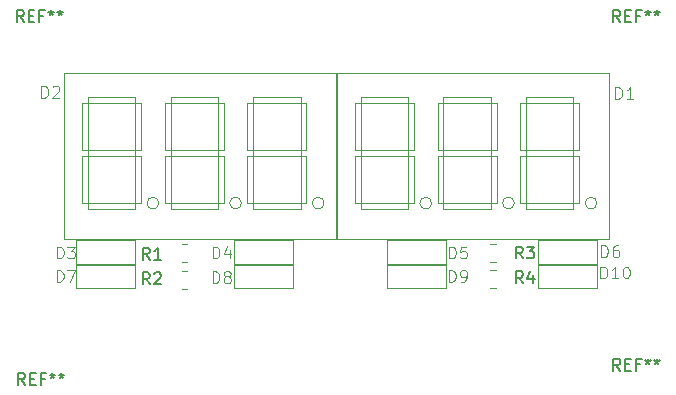
<source format=gbr>
%TF.GenerationSoftware,KiCad,Pcbnew,9.0.0*%
%TF.CreationDate,2025-05-14T14:17:17+02:00*%
%TF.ProjectId,Fluke_8050a_TM1637_Display_PCB,466c756b-655f-4383-9035-30615f544d31,rev?*%
%TF.SameCoordinates,Original*%
%TF.FileFunction,Legend,Top*%
%TF.FilePolarity,Positive*%
%FSLAX46Y46*%
G04 Gerber Fmt 4.6, Leading zero omitted, Abs format (unit mm)*
G04 Created by KiCad (PCBNEW 9.0.0) date 2025-05-14 14:17:17*
%MOMM*%
%LPD*%
G01*
G04 APERTURE LIST*
%ADD10C,0.150000*%
%ADD11C,0.100000*%
%ADD12C,0.120000*%
G04 APERTURE END LIST*
D10*
X156733333Y-59754819D02*
X156400000Y-59278628D01*
X156161905Y-59754819D02*
X156161905Y-58754819D01*
X156161905Y-58754819D02*
X156542857Y-58754819D01*
X156542857Y-58754819D02*
X156638095Y-58802438D01*
X156638095Y-58802438D02*
X156685714Y-58850057D01*
X156685714Y-58850057D02*
X156733333Y-58945295D01*
X156733333Y-58945295D02*
X156733333Y-59088152D01*
X156733333Y-59088152D02*
X156685714Y-59183390D01*
X156685714Y-59183390D02*
X156638095Y-59231009D01*
X156638095Y-59231009D02*
X156542857Y-59278628D01*
X156542857Y-59278628D02*
X156161905Y-59278628D01*
X157685714Y-59754819D02*
X157114286Y-59754819D01*
X157400000Y-59754819D02*
X157400000Y-58754819D01*
X157400000Y-58754819D02*
X157304762Y-58897676D01*
X157304762Y-58897676D02*
X157209524Y-58992914D01*
X157209524Y-58992914D02*
X157114286Y-59040533D01*
X196566666Y-69154819D02*
X196233333Y-68678628D01*
X195995238Y-69154819D02*
X195995238Y-68154819D01*
X195995238Y-68154819D02*
X196376190Y-68154819D01*
X196376190Y-68154819D02*
X196471428Y-68202438D01*
X196471428Y-68202438D02*
X196519047Y-68250057D01*
X196519047Y-68250057D02*
X196566666Y-68345295D01*
X196566666Y-68345295D02*
X196566666Y-68488152D01*
X196566666Y-68488152D02*
X196519047Y-68583390D01*
X196519047Y-68583390D02*
X196471428Y-68631009D01*
X196471428Y-68631009D02*
X196376190Y-68678628D01*
X196376190Y-68678628D02*
X195995238Y-68678628D01*
X196995238Y-68631009D02*
X197328571Y-68631009D01*
X197471428Y-69154819D02*
X196995238Y-69154819D01*
X196995238Y-69154819D02*
X196995238Y-68154819D01*
X196995238Y-68154819D02*
X197471428Y-68154819D01*
X198233333Y-68631009D02*
X197900000Y-68631009D01*
X197900000Y-69154819D02*
X197900000Y-68154819D01*
X197900000Y-68154819D02*
X198376190Y-68154819D01*
X198900000Y-68154819D02*
X198900000Y-68392914D01*
X198661905Y-68297676D02*
X198900000Y-68392914D01*
X198900000Y-68392914D02*
X199138095Y-68297676D01*
X198757143Y-68583390D02*
X198900000Y-68392914D01*
X198900000Y-68392914D02*
X199042857Y-68583390D01*
X199661905Y-68154819D02*
X199661905Y-68392914D01*
X199423810Y-68297676D02*
X199661905Y-68392914D01*
X199661905Y-68392914D02*
X199900000Y-68297676D01*
X199519048Y-68583390D02*
X199661905Y-68392914D01*
X199661905Y-68392914D02*
X199804762Y-68583390D01*
D11*
X147561905Y-46057419D02*
X147561905Y-45057419D01*
X147561905Y-45057419D02*
X147800000Y-45057419D01*
X147800000Y-45057419D02*
X147942857Y-45105038D01*
X147942857Y-45105038D02*
X148038095Y-45200276D01*
X148038095Y-45200276D02*
X148085714Y-45295514D01*
X148085714Y-45295514D02*
X148133333Y-45485990D01*
X148133333Y-45485990D02*
X148133333Y-45628847D01*
X148133333Y-45628847D02*
X148085714Y-45819323D01*
X148085714Y-45819323D02*
X148038095Y-45914561D01*
X148038095Y-45914561D02*
X147942857Y-46009800D01*
X147942857Y-46009800D02*
X147800000Y-46057419D01*
X147800000Y-46057419D02*
X147561905Y-46057419D01*
X148514286Y-45152657D02*
X148561905Y-45105038D01*
X148561905Y-45105038D02*
X148657143Y-45057419D01*
X148657143Y-45057419D02*
X148895238Y-45057419D01*
X148895238Y-45057419D02*
X148990476Y-45105038D01*
X148990476Y-45105038D02*
X149038095Y-45152657D01*
X149038095Y-45152657D02*
X149085714Y-45247895D01*
X149085714Y-45247895D02*
X149085714Y-45343133D01*
X149085714Y-45343133D02*
X149038095Y-45485990D01*
X149038095Y-45485990D02*
X148466667Y-46057419D01*
X148466667Y-46057419D02*
X149085714Y-46057419D01*
X162061905Y-61757419D02*
X162061905Y-60757419D01*
X162061905Y-60757419D02*
X162300000Y-60757419D01*
X162300000Y-60757419D02*
X162442857Y-60805038D01*
X162442857Y-60805038D02*
X162538095Y-60900276D01*
X162538095Y-60900276D02*
X162585714Y-60995514D01*
X162585714Y-60995514D02*
X162633333Y-61185990D01*
X162633333Y-61185990D02*
X162633333Y-61328847D01*
X162633333Y-61328847D02*
X162585714Y-61519323D01*
X162585714Y-61519323D02*
X162538095Y-61614561D01*
X162538095Y-61614561D02*
X162442857Y-61709800D01*
X162442857Y-61709800D02*
X162300000Y-61757419D01*
X162300000Y-61757419D02*
X162061905Y-61757419D01*
X163204762Y-61185990D02*
X163109524Y-61138371D01*
X163109524Y-61138371D02*
X163061905Y-61090752D01*
X163061905Y-61090752D02*
X163014286Y-60995514D01*
X163014286Y-60995514D02*
X163014286Y-60947895D01*
X163014286Y-60947895D02*
X163061905Y-60852657D01*
X163061905Y-60852657D02*
X163109524Y-60805038D01*
X163109524Y-60805038D02*
X163204762Y-60757419D01*
X163204762Y-60757419D02*
X163395238Y-60757419D01*
X163395238Y-60757419D02*
X163490476Y-60805038D01*
X163490476Y-60805038D02*
X163538095Y-60852657D01*
X163538095Y-60852657D02*
X163585714Y-60947895D01*
X163585714Y-60947895D02*
X163585714Y-60995514D01*
X163585714Y-60995514D02*
X163538095Y-61090752D01*
X163538095Y-61090752D02*
X163490476Y-61138371D01*
X163490476Y-61138371D02*
X163395238Y-61185990D01*
X163395238Y-61185990D02*
X163204762Y-61185990D01*
X163204762Y-61185990D02*
X163109524Y-61233609D01*
X163109524Y-61233609D02*
X163061905Y-61281228D01*
X163061905Y-61281228D02*
X163014286Y-61376466D01*
X163014286Y-61376466D02*
X163014286Y-61566942D01*
X163014286Y-61566942D02*
X163061905Y-61662180D01*
X163061905Y-61662180D02*
X163109524Y-61709800D01*
X163109524Y-61709800D02*
X163204762Y-61757419D01*
X163204762Y-61757419D02*
X163395238Y-61757419D01*
X163395238Y-61757419D02*
X163490476Y-61709800D01*
X163490476Y-61709800D02*
X163538095Y-61662180D01*
X163538095Y-61662180D02*
X163585714Y-61566942D01*
X163585714Y-61566942D02*
X163585714Y-61376466D01*
X163585714Y-61376466D02*
X163538095Y-61281228D01*
X163538095Y-61281228D02*
X163490476Y-61233609D01*
X163490476Y-61233609D02*
X163395238Y-61185990D01*
X194885714Y-61357419D02*
X194885714Y-60357419D01*
X194885714Y-60357419D02*
X195123809Y-60357419D01*
X195123809Y-60357419D02*
X195266666Y-60405038D01*
X195266666Y-60405038D02*
X195361904Y-60500276D01*
X195361904Y-60500276D02*
X195409523Y-60595514D01*
X195409523Y-60595514D02*
X195457142Y-60785990D01*
X195457142Y-60785990D02*
X195457142Y-60928847D01*
X195457142Y-60928847D02*
X195409523Y-61119323D01*
X195409523Y-61119323D02*
X195361904Y-61214561D01*
X195361904Y-61214561D02*
X195266666Y-61309800D01*
X195266666Y-61309800D02*
X195123809Y-61357419D01*
X195123809Y-61357419D02*
X194885714Y-61357419D01*
X196409523Y-61357419D02*
X195838095Y-61357419D01*
X196123809Y-61357419D02*
X196123809Y-60357419D01*
X196123809Y-60357419D02*
X196028571Y-60500276D01*
X196028571Y-60500276D02*
X195933333Y-60595514D01*
X195933333Y-60595514D02*
X195838095Y-60643133D01*
X197028571Y-60357419D02*
X197123809Y-60357419D01*
X197123809Y-60357419D02*
X197219047Y-60405038D01*
X197219047Y-60405038D02*
X197266666Y-60452657D01*
X197266666Y-60452657D02*
X197314285Y-60547895D01*
X197314285Y-60547895D02*
X197361904Y-60738371D01*
X197361904Y-60738371D02*
X197361904Y-60976466D01*
X197361904Y-60976466D02*
X197314285Y-61166942D01*
X197314285Y-61166942D02*
X197266666Y-61262180D01*
X197266666Y-61262180D02*
X197219047Y-61309800D01*
X197219047Y-61309800D02*
X197123809Y-61357419D01*
X197123809Y-61357419D02*
X197028571Y-61357419D01*
X197028571Y-61357419D02*
X196933333Y-61309800D01*
X196933333Y-61309800D02*
X196885714Y-61262180D01*
X196885714Y-61262180D02*
X196838095Y-61166942D01*
X196838095Y-61166942D02*
X196790476Y-60976466D01*
X196790476Y-60976466D02*
X196790476Y-60738371D01*
X196790476Y-60738371D02*
X196838095Y-60547895D01*
X196838095Y-60547895D02*
X196885714Y-60452657D01*
X196885714Y-60452657D02*
X196933333Y-60405038D01*
X196933333Y-60405038D02*
X197028571Y-60357419D01*
X196161905Y-46157419D02*
X196161905Y-45157419D01*
X196161905Y-45157419D02*
X196400000Y-45157419D01*
X196400000Y-45157419D02*
X196542857Y-45205038D01*
X196542857Y-45205038D02*
X196638095Y-45300276D01*
X196638095Y-45300276D02*
X196685714Y-45395514D01*
X196685714Y-45395514D02*
X196733333Y-45585990D01*
X196733333Y-45585990D02*
X196733333Y-45728847D01*
X196733333Y-45728847D02*
X196685714Y-45919323D01*
X196685714Y-45919323D02*
X196638095Y-46014561D01*
X196638095Y-46014561D02*
X196542857Y-46109800D01*
X196542857Y-46109800D02*
X196400000Y-46157419D01*
X196400000Y-46157419D02*
X196161905Y-46157419D01*
X197685714Y-46157419D02*
X197114286Y-46157419D01*
X197400000Y-46157419D02*
X197400000Y-45157419D01*
X197400000Y-45157419D02*
X197304762Y-45300276D01*
X197304762Y-45300276D02*
X197209524Y-45395514D01*
X197209524Y-45395514D02*
X197114286Y-45443133D01*
X148861905Y-61657419D02*
X148861905Y-60657419D01*
X148861905Y-60657419D02*
X149100000Y-60657419D01*
X149100000Y-60657419D02*
X149242857Y-60705038D01*
X149242857Y-60705038D02*
X149338095Y-60800276D01*
X149338095Y-60800276D02*
X149385714Y-60895514D01*
X149385714Y-60895514D02*
X149433333Y-61085990D01*
X149433333Y-61085990D02*
X149433333Y-61228847D01*
X149433333Y-61228847D02*
X149385714Y-61419323D01*
X149385714Y-61419323D02*
X149338095Y-61514561D01*
X149338095Y-61514561D02*
X149242857Y-61609800D01*
X149242857Y-61609800D02*
X149100000Y-61657419D01*
X149100000Y-61657419D02*
X148861905Y-61657419D01*
X149766667Y-60657419D02*
X150433333Y-60657419D01*
X150433333Y-60657419D02*
X150004762Y-61657419D01*
D10*
X188333333Y-61754819D02*
X188000000Y-61278628D01*
X187761905Y-61754819D02*
X187761905Y-60754819D01*
X187761905Y-60754819D02*
X188142857Y-60754819D01*
X188142857Y-60754819D02*
X188238095Y-60802438D01*
X188238095Y-60802438D02*
X188285714Y-60850057D01*
X188285714Y-60850057D02*
X188333333Y-60945295D01*
X188333333Y-60945295D02*
X188333333Y-61088152D01*
X188333333Y-61088152D02*
X188285714Y-61183390D01*
X188285714Y-61183390D02*
X188238095Y-61231009D01*
X188238095Y-61231009D02*
X188142857Y-61278628D01*
X188142857Y-61278628D02*
X187761905Y-61278628D01*
X189190476Y-61088152D02*
X189190476Y-61754819D01*
X188952381Y-60707200D02*
X188714286Y-61421485D01*
X188714286Y-61421485D02*
X189333333Y-61421485D01*
D11*
X148861905Y-59657419D02*
X148861905Y-58657419D01*
X148861905Y-58657419D02*
X149100000Y-58657419D01*
X149100000Y-58657419D02*
X149242857Y-58705038D01*
X149242857Y-58705038D02*
X149338095Y-58800276D01*
X149338095Y-58800276D02*
X149385714Y-58895514D01*
X149385714Y-58895514D02*
X149433333Y-59085990D01*
X149433333Y-59085990D02*
X149433333Y-59228847D01*
X149433333Y-59228847D02*
X149385714Y-59419323D01*
X149385714Y-59419323D02*
X149338095Y-59514561D01*
X149338095Y-59514561D02*
X149242857Y-59609800D01*
X149242857Y-59609800D02*
X149100000Y-59657419D01*
X149100000Y-59657419D02*
X148861905Y-59657419D01*
X149766667Y-58657419D02*
X150385714Y-58657419D01*
X150385714Y-58657419D02*
X150052381Y-59038371D01*
X150052381Y-59038371D02*
X150195238Y-59038371D01*
X150195238Y-59038371D02*
X150290476Y-59085990D01*
X150290476Y-59085990D02*
X150338095Y-59133609D01*
X150338095Y-59133609D02*
X150385714Y-59228847D01*
X150385714Y-59228847D02*
X150385714Y-59466942D01*
X150385714Y-59466942D02*
X150338095Y-59562180D01*
X150338095Y-59562180D02*
X150290476Y-59609800D01*
X150290476Y-59609800D02*
X150195238Y-59657419D01*
X150195238Y-59657419D02*
X149909524Y-59657419D01*
X149909524Y-59657419D02*
X149814286Y-59609800D01*
X149814286Y-59609800D02*
X149766667Y-59562180D01*
D10*
X188333333Y-59654819D02*
X188000000Y-59178628D01*
X187761905Y-59654819D02*
X187761905Y-58654819D01*
X187761905Y-58654819D02*
X188142857Y-58654819D01*
X188142857Y-58654819D02*
X188238095Y-58702438D01*
X188238095Y-58702438D02*
X188285714Y-58750057D01*
X188285714Y-58750057D02*
X188333333Y-58845295D01*
X188333333Y-58845295D02*
X188333333Y-58988152D01*
X188333333Y-58988152D02*
X188285714Y-59083390D01*
X188285714Y-59083390D02*
X188238095Y-59131009D01*
X188238095Y-59131009D02*
X188142857Y-59178628D01*
X188142857Y-59178628D02*
X187761905Y-59178628D01*
X188666667Y-58654819D02*
X189285714Y-58654819D01*
X189285714Y-58654819D02*
X188952381Y-59035771D01*
X188952381Y-59035771D02*
X189095238Y-59035771D01*
X189095238Y-59035771D02*
X189190476Y-59083390D01*
X189190476Y-59083390D02*
X189238095Y-59131009D01*
X189238095Y-59131009D02*
X189285714Y-59226247D01*
X189285714Y-59226247D02*
X189285714Y-59464342D01*
X189285714Y-59464342D02*
X189238095Y-59559580D01*
X189238095Y-59559580D02*
X189190476Y-59607200D01*
X189190476Y-59607200D02*
X189095238Y-59654819D01*
X189095238Y-59654819D02*
X188809524Y-59654819D01*
X188809524Y-59654819D02*
X188714286Y-59607200D01*
X188714286Y-59607200D02*
X188666667Y-59559580D01*
X156733333Y-61854819D02*
X156400000Y-61378628D01*
X156161905Y-61854819D02*
X156161905Y-60854819D01*
X156161905Y-60854819D02*
X156542857Y-60854819D01*
X156542857Y-60854819D02*
X156638095Y-60902438D01*
X156638095Y-60902438D02*
X156685714Y-60950057D01*
X156685714Y-60950057D02*
X156733333Y-61045295D01*
X156733333Y-61045295D02*
X156733333Y-61188152D01*
X156733333Y-61188152D02*
X156685714Y-61283390D01*
X156685714Y-61283390D02*
X156638095Y-61331009D01*
X156638095Y-61331009D02*
X156542857Y-61378628D01*
X156542857Y-61378628D02*
X156161905Y-61378628D01*
X157114286Y-60950057D02*
X157161905Y-60902438D01*
X157161905Y-60902438D02*
X157257143Y-60854819D01*
X157257143Y-60854819D02*
X157495238Y-60854819D01*
X157495238Y-60854819D02*
X157590476Y-60902438D01*
X157590476Y-60902438D02*
X157638095Y-60950057D01*
X157638095Y-60950057D02*
X157685714Y-61045295D01*
X157685714Y-61045295D02*
X157685714Y-61140533D01*
X157685714Y-61140533D02*
X157638095Y-61283390D01*
X157638095Y-61283390D02*
X157066667Y-61854819D01*
X157066667Y-61854819D02*
X157685714Y-61854819D01*
D11*
X182061905Y-61657419D02*
X182061905Y-60657419D01*
X182061905Y-60657419D02*
X182300000Y-60657419D01*
X182300000Y-60657419D02*
X182442857Y-60705038D01*
X182442857Y-60705038D02*
X182538095Y-60800276D01*
X182538095Y-60800276D02*
X182585714Y-60895514D01*
X182585714Y-60895514D02*
X182633333Y-61085990D01*
X182633333Y-61085990D02*
X182633333Y-61228847D01*
X182633333Y-61228847D02*
X182585714Y-61419323D01*
X182585714Y-61419323D02*
X182538095Y-61514561D01*
X182538095Y-61514561D02*
X182442857Y-61609800D01*
X182442857Y-61609800D02*
X182300000Y-61657419D01*
X182300000Y-61657419D02*
X182061905Y-61657419D01*
X183109524Y-61657419D02*
X183300000Y-61657419D01*
X183300000Y-61657419D02*
X183395238Y-61609800D01*
X183395238Y-61609800D02*
X183442857Y-61562180D01*
X183442857Y-61562180D02*
X183538095Y-61419323D01*
X183538095Y-61419323D02*
X183585714Y-61228847D01*
X183585714Y-61228847D02*
X183585714Y-60847895D01*
X183585714Y-60847895D02*
X183538095Y-60752657D01*
X183538095Y-60752657D02*
X183490476Y-60705038D01*
X183490476Y-60705038D02*
X183395238Y-60657419D01*
X183395238Y-60657419D02*
X183204762Y-60657419D01*
X183204762Y-60657419D02*
X183109524Y-60705038D01*
X183109524Y-60705038D02*
X183061905Y-60752657D01*
X183061905Y-60752657D02*
X183014286Y-60847895D01*
X183014286Y-60847895D02*
X183014286Y-61085990D01*
X183014286Y-61085990D02*
X183061905Y-61181228D01*
X183061905Y-61181228D02*
X183109524Y-61228847D01*
X183109524Y-61228847D02*
X183204762Y-61276466D01*
X183204762Y-61276466D02*
X183395238Y-61276466D01*
X183395238Y-61276466D02*
X183490476Y-61228847D01*
X183490476Y-61228847D02*
X183538095Y-61181228D01*
X183538095Y-61181228D02*
X183585714Y-61085990D01*
D10*
X146066666Y-39654819D02*
X145733333Y-39178628D01*
X145495238Y-39654819D02*
X145495238Y-38654819D01*
X145495238Y-38654819D02*
X145876190Y-38654819D01*
X145876190Y-38654819D02*
X145971428Y-38702438D01*
X145971428Y-38702438D02*
X146019047Y-38750057D01*
X146019047Y-38750057D02*
X146066666Y-38845295D01*
X146066666Y-38845295D02*
X146066666Y-38988152D01*
X146066666Y-38988152D02*
X146019047Y-39083390D01*
X146019047Y-39083390D02*
X145971428Y-39131009D01*
X145971428Y-39131009D02*
X145876190Y-39178628D01*
X145876190Y-39178628D02*
X145495238Y-39178628D01*
X146495238Y-39131009D02*
X146828571Y-39131009D01*
X146971428Y-39654819D02*
X146495238Y-39654819D01*
X146495238Y-39654819D02*
X146495238Y-38654819D01*
X146495238Y-38654819D02*
X146971428Y-38654819D01*
X147733333Y-39131009D02*
X147400000Y-39131009D01*
X147400000Y-39654819D02*
X147400000Y-38654819D01*
X147400000Y-38654819D02*
X147876190Y-38654819D01*
X148400000Y-38654819D02*
X148400000Y-38892914D01*
X148161905Y-38797676D02*
X148400000Y-38892914D01*
X148400000Y-38892914D02*
X148638095Y-38797676D01*
X148257143Y-39083390D02*
X148400000Y-38892914D01*
X148400000Y-38892914D02*
X148542857Y-39083390D01*
X149161905Y-38654819D02*
X149161905Y-38892914D01*
X148923810Y-38797676D02*
X149161905Y-38892914D01*
X149161905Y-38892914D02*
X149400000Y-38797676D01*
X149019048Y-39083390D02*
X149161905Y-38892914D01*
X149161905Y-38892914D02*
X149304762Y-39083390D01*
X196566666Y-39654819D02*
X196233333Y-39178628D01*
X195995238Y-39654819D02*
X195995238Y-38654819D01*
X195995238Y-38654819D02*
X196376190Y-38654819D01*
X196376190Y-38654819D02*
X196471428Y-38702438D01*
X196471428Y-38702438D02*
X196519047Y-38750057D01*
X196519047Y-38750057D02*
X196566666Y-38845295D01*
X196566666Y-38845295D02*
X196566666Y-38988152D01*
X196566666Y-38988152D02*
X196519047Y-39083390D01*
X196519047Y-39083390D02*
X196471428Y-39131009D01*
X196471428Y-39131009D02*
X196376190Y-39178628D01*
X196376190Y-39178628D02*
X195995238Y-39178628D01*
X196995238Y-39131009D02*
X197328571Y-39131009D01*
X197471428Y-39654819D02*
X196995238Y-39654819D01*
X196995238Y-39654819D02*
X196995238Y-38654819D01*
X196995238Y-38654819D02*
X197471428Y-38654819D01*
X198233333Y-39131009D02*
X197900000Y-39131009D01*
X197900000Y-39654819D02*
X197900000Y-38654819D01*
X197900000Y-38654819D02*
X198376190Y-38654819D01*
X198900000Y-38654819D02*
X198900000Y-38892914D01*
X198661905Y-38797676D02*
X198900000Y-38892914D01*
X198900000Y-38892914D02*
X199138095Y-38797676D01*
X198757143Y-39083390D02*
X198900000Y-38892914D01*
X198900000Y-38892914D02*
X199042857Y-39083390D01*
X199661905Y-38654819D02*
X199661905Y-38892914D01*
X199423810Y-38797676D02*
X199661905Y-38892914D01*
X199661905Y-38892914D02*
X199900000Y-38797676D01*
X199519048Y-39083390D02*
X199661905Y-38892914D01*
X199661905Y-38892914D02*
X199804762Y-39083390D01*
D11*
X194961905Y-59557419D02*
X194961905Y-58557419D01*
X194961905Y-58557419D02*
X195200000Y-58557419D01*
X195200000Y-58557419D02*
X195342857Y-58605038D01*
X195342857Y-58605038D02*
X195438095Y-58700276D01*
X195438095Y-58700276D02*
X195485714Y-58795514D01*
X195485714Y-58795514D02*
X195533333Y-58985990D01*
X195533333Y-58985990D02*
X195533333Y-59128847D01*
X195533333Y-59128847D02*
X195485714Y-59319323D01*
X195485714Y-59319323D02*
X195438095Y-59414561D01*
X195438095Y-59414561D02*
X195342857Y-59509800D01*
X195342857Y-59509800D02*
X195200000Y-59557419D01*
X195200000Y-59557419D02*
X194961905Y-59557419D01*
X196390476Y-58557419D02*
X196200000Y-58557419D01*
X196200000Y-58557419D02*
X196104762Y-58605038D01*
X196104762Y-58605038D02*
X196057143Y-58652657D01*
X196057143Y-58652657D02*
X195961905Y-58795514D01*
X195961905Y-58795514D02*
X195914286Y-58985990D01*
X195914286Y-58985990D02*
X195914286Y-59366942D01*
X195914286Y-59366942D02*
X195961905Y-59462180D01*
X195961905Y-59462180D02*
X196009524Y-59509800D01*
X196009524Y-59509800D02*
X196104762Y-59557419D01*
X196104762Y-59557419D02*
X196295238Y-59557419D01*
X196295238Y-59557419D02*
X196390476Y-59509800D01*
X196390476Y-59509800D02*
X196438095Y-59462180D01*
X196438095Y-59462180D02*
X196485714Y-59366942D01*
X196485714Y-59366942D02*
X196485714Y-59128847D01*
X196485714Y-59128847D02*
X196438095Y-59033609D01*
X196438095Y-59033609D02*
X196390476Y-58985990D01*
X196390476Y-58985990D02*
X196295238Y-58938371D01*
X196295238Y-58938371D02*
X196104762Y-58938371D01*
X196104762Y-58938371D02*
X196009524Y-58985990D01*
X196009524Y-58985990D02*
X195961905Y-59033609D01*
X195961905Y-59033609D02*
X195914286Y-59128847D01*
X162061905Y-59657419D02*
X162061905Y-58657419D01*
X162061905Y-58657419D02*
X162300000Y-58657419D01*
X162300000Y-58657419D02*
X162442857Y-58705038D01*
X162442857Y-58705038D02*
X162538095Y-58800276D01*
X162538095Y-58800276D02*
X162585714Y-58895514D01*
X162585714Y-58895514D02*
X162633333Y-59085990D01*
X162633333Y-59085990D02*
X162633333Y-59228847D01*
X162633333Y-59228847D02*
X162585714Y-59419323D01*
X162585714Y-59419323D02*
X162538095Y-59514561D01*
X162538095Y-59514561D02*
X162442857Y-59609800D01*
X162442857Y-59609800D02*
X162300000Y-59657419D01*
X162300000Y-59657419D02*
X162061905Y-59657419D01*
X163490476Y-58990752D02*
X163490476Y-59657419D01*
X163252381Y-58609800D02*
X163014286Y-59324085D01*
X163014286Y-59324085D02*
X163633333Y-59324085D01*
X182061905Y-59657419D02*
X182061905Y-58657419D01*
X182061905Y-58657419D02*
X182300000Y-58657419D01*
X182300000Y-58657419D02*
X182442857Y-58705038D01*
X182442857Y-58705038D02*
X182538095Y-58800276D01*
X182538095Y-58800276D02*
X182585714Y-58895514D01*
X182585714Y-58895514D02*
X182633333Y-59085990D01*
X182633333Y-59085990D02*
X182633333Y-59228847D01*
X182633333Y-59228847D02*
X182585714Y-59419323D01*
X182585714Y-59419323D02*
X182538095Y-59514561D01*
X182538095Y-59514561D02*
X182442857Y-59609800D01*
X182442857Y-59609800D02*
X182300000Y-59657419D01*
X182300000Y-59657419D02*
X182061905Y-59657419D01*
X183538095Y-58657419D02*
X183061905Y-58657419D01*
X183061905Y-58657419D02*
X183014286Y-59133609D01*
X183014286Y-59133609D02*
X183061905Y-59085990D01*
X183061905Y-59085990D02*
X183157143Y-59038371D01*
X183157143Y-59038371D02*
X183395238Y-59038371D01*
X183395238Y-59038371D02*
X183490476Y-59085990D01*
X183490476Y-59085990D02*
X183538095Y-59133609D01*
X183538095Y-59133609D02*
X183585714Y-59228847D01*
X183585714Y-59228847D02*
X183585714Y-59466942D01*
X183585714Y-59466942D02*
X183538095Y-59562180D01*
X183538095Y-59562180D02*
X183490476Y-59609800D01*
X183490476Y-59609800D02*
X183395238Y-59657419D01*
X183395238Y-59657419D02*
X183157143Y-59657419D01*
X183157143Y-59657419D02*
X183061905Y-59609800D01*
X183061905Y-59609800D02*
X183014286Y-59562180D01*
D10*
X146166666Y-70354819D02*
X145833333Y-69878628D01*
X145595238Y-70354819D02*
X145595238Y-69354819D01*
X145595238Y-69354819D02*
X145976190Y-69354819D01*
X145976190Y-69354819D02*
X146071428Y-69402438D01*
X146071428Y-69402438D02*
X146119047Y-69450057D01*
X146119047Y-69450057D02*
X146166666Y-69545295D01*
X146166666Y-69545295D02*
X146166666Y-69688152D01*
X146166666Y-69688152D02*
X146119047Y-69783390D01*
X146119047Y-69783390D02*
X146071428Y-69831009D01*
X146071428Y-69831009D02*
X145976190Y-69878628D01*
X145976190Y-69878628D02*
X145595238Y-69878628D01*
X146595238Y-69831009D02*
X146928571Y-69831009D01*
X147071428Y-70354819D02*
X146595238Y-70354819D01*
X146595238Y-70354819D02*
X146595238Y-69354819D01*
X146595238Y-69354819D02*
X147071428Y-69354819D01*
X147833333Y-69831009D02*
X147500000Y-69831009D01*
X147500000Y-70354819D02*
X147500000Y-69354819D01*
X147500000Y-69354819D02*
X147976190Y-69354819D01*
X148500000Y-69354819D02*
X148500000Y-69592914D01*
X148261905Y-69497676D02*
X148500000Y-69592914D01*
X148500000Y-69592914D02*
X148738095Y-69497676D01*
X148357143Y-69783390D02*
X148500000Y-69592914D01*
X148500000Y-69592914D02*
X148642857Y-69783390D01*
X149261905Y-69354819D02*
X149261905Y-69592914D01*
X149023810Y-69497676D02*
X149261905Y-69592914D01*
X149261905Y-69592914D02*
X149500000Y-69497676D01*
X149119048Y-69783390D02*
X149261905Y-69592914D01*
X149261905Y-69592914D02*
X149404762Y-69783390D01*
D12*
%TO.C,R1*%
X159472936Y-58465000D02*
X159927064Y-58465000D01*
X159472936Y-59935000D02*
X159927064Y-59935000D01*
%TO.C,D2*%
D11*
X149500000Y-43980000D02*
X172500000Y-43980000D01*
X172500000Y-57980000D01*
X149500000Y-57980000D01*
X149500000Y-43980000D01*
X151000000Y-46480000D02*
X151500000Y-46480000D01*
X151500000Y-50480000D01*
X151000000Y-50480000D01*
X151000000Y-46480000D01*
X151000000Y-50980000D02*
X151500000Y-50980000D01*
X151500000Y-54980000D01*
X151000000Y-54980000D01*
X151000000Y-50980000D01*
X151500000Y-45980000D02*
X155500000Y-45980000D01*
X155500000Y-46480000D01*
X151500000Y-46480000D01*
X151500000Y-45980000D01*
X151500000Y-50480000D02*
X155500000Y-50480000D01*
X155500000Y-50980000D01*
X151500000Y-50980000D01*
X151500000Y-50480000D01*
X151500000Y-54980000D02*
X155500000Y-54980000D01*
X155500000Y-55480000D01*
X151500000Y-55480000D01*
X151500000Y-54980000D01*
X155500000Y-46480000D02*
X156000000Y-46480000D01*
X156000000Y-50480000D01*
X155500000Y-50480000D01*
X155500000Y-46480000D01*
X155500000Y-50980000D02*
X156000000Y-50980000D01*
X156000000Y-54980000D01*
X155500000Y-54980000D01*
X155500000Y-50980000D01*
X158000000Y-46480000D02*
X158500000Y-46480000D01*
X158500000Y-50480000D01*
X158000000Y-50480000D01*
X158000000Y-46480000D01*
X158000000Y-50980000D02*
X158500000Y-50980000D01*
X158500000Y-54980000D01*
X158000000Y-54980000D01*
X158000000Y-50980000D01*
X158500000Y-45980000D02*
X162500000Y-45980000D01*
X162500000Y-46480000D01*
X158500000Y-46480000D01*
X158500000Y-45980000D01*
X158500000Y-50480000D02*
X162500000Y-50480000D01*
X162500000Y-50980000D01*
X158500000Y-50980000D01*
X158500000Y-50480000D01*
X158500000Y-54980000D02*
X162500000Y-54980000D01*
X162500000Y-55480000D01*
X158500000Y-55480000D01*
X158500000Y-54980000D01*
X162500000Y-46480000D02*
X163000000Y-46480000D01*
X163000000Y-50480000D01*
X162500000Y-50480000D01*
X162500000Y-46480000D01*
X162500000Y-50980000D02*
X163000000Y-50980000D01*
X163000000Y-54980000D01*
X162500000Y-54980000D01*
X162500000Y-50980000D01*
X165000000Y-46480000D02*
X165500000Y-46480000D01*
X165500000Y-50480000D01*
X165000000Y-50480000D01*
X165000000Y-46480000D01*
X165000000Y-50980000D02*
X165500000Y-50980000D01*
X165500000Y-54980000D01*
X165000000Y-54980000D01*
X165000000Y-50980000D01*
X165500000Y-45980000D02*
X169500000Y-45980000D01*
X169500000Y-46480000D01*
X165500000Y-46480000D01*
X165500000Y-45980000D01*
X165500000Y-50480000D02*
X169500000Y-50480000D01*
X169500000Y-50980000D01*
X165500000Y-50980000D01*
X165500000Y-50480000D01*
X165500000Y-54980000D02*
X169500000Y-54980000D01*
X169500000Y-55480000D01*
X165500000Y-55480000D01*
X165500000Y-54980000D01*
X169500000Y-46480000D02*
X170000000Y-46480000D01*
X170000000Y-50480000D01*
X169500000Y-50480000D01*
X169500000Y-46480000D01*
X169500000Y-50980000D02*
X170000000Y-50980000D01*
X170000000Y-54980000D01*
X169500000Y-54980000D01*
X169500000Y-50980000D01*
X157500000Y-54980000D02*
G75*
G02*
X156500000Y-54980000I-500000J0D01*
G01*
X156500000Y-54980000D02*
G75*
G02*
X157500000Y-54980000I500000J0D01*
G01*
X164500000Y-54980000D02*
G75*
G02*
X163500000Y-54980000I-500000J0D01*
G01*
X163500000Y-54980000D02*
G75*
G02*
X164500000Y-54980000I500000J0D01*
G01*
X171500000Y-54980000D02*
G75*
G02*
X170500000Y-54980000I-500000J0D01*
G01*
X170500000Y-54980000D02*
G75*
G02*
X171500000Y-54980000I500000J0D01*
G01*
%TO.C,D8*%
X163900000Y-60200000D02*
X168900000Y-60200000D01*
X168900000Y-62200000D01*
X163900000Y-62200000D01*
X163900000Y-60200000D01*
%TO.C,D10*%
X189600000Y-60200000D02*
X194600000Y-60200000D01*
X194600000Y-62200000D01*
X189600000Y-62200000D01*
X189600000Y-60200000D01*
%TO.C,D1*%
X172600000Y-43980000D02*
X195600000Y-43980000D01*
X195600000Y-57980000D01*
X172600000Y-57980000D01*
X172600000Y-43980000D01*
X174100000Y-46480000D02*
X174600000Y-46480000D01*
X174600000Y-50480000D01*
X174100000Y-50480000D01*
X174100000Y-46480000D01*
X174100000Y-50980000D02*
X174600000Y-50980000D01*
X174600000Y-54980000D01*
X174100000Y-54980000D01*
X174100000Y-50980000D01*
X174600000Y-45980000D02*
X178600000Y-45980000D01*
X178600000Y-46480000D01*
X174600000Y-46480000D01*
X174600000Y-45980000D01*
X174600000Y-50480000D02*
X178600000Y-50480000D01*
X178600000Y-50980000D01*
X174600000Y-50980000D01*
X174600000Y-50480000D01*
X174600000Y-54980000D02*
X178600000Y-54980000D01*
X178600000Y-55480000D01*
X174600000Y-55480000D01*
X174600000Y-54980000D01*
X178600000Y-46480000D02*
X179100000Y-46480000D01*
X179100000Y-50480000D01*
X178600000Y-50480000D01*
X178600000Y-46480000D01*
X178600000Y-50980000D02*
X179100000Y-50980000D01*
X179100000Y-54980000D01*
X178600000Y-54980000D01*
X178600000Y-50980000D01*
X181100000Y-46480000D02*
X181600000Y-46480000D01*
X181600000Y-50480000D01*
X181100000Y-50480000D01*
X181100000Y-46480000D01*
X181100000Y-50980000D02*
X181600000Y-50980000D01*
X181600000Y-54980000D01*
X181100000Y-54980000D01*
X181100000Y-50980000D01*
X181600000Y-45980000D02*
X185600000Y-45980000D01*
X185600000Y-46480000D01*
X181600000Y-46480000D01*
X181600000Y-45980000D01*
X181600000Y-50480000D02*
X185600000Y-50480000D01*
X185600000Y-50980000D01*
X181600000Y-50980000D01*
X181600000Y-50480000D01*
X181600000Y-54980000D02*
X185600000Y-54980000D01*
X185600000Y-55480000D01*
X181600000Y-55480000D01*
X181600000Y-54980000D01*
X185600000Y-46480000D02*
X186100000Y-46480000D01*
X186100000Y-50480000D01*
X185600000Y-50480000D01*
X185600000Y-46480000D01*
X185600000Y-50980000D02*
X186100000Y-50980000D01*
X186100000Y-54980000D01*
X185600000Y-54980000D01*
X185600000Y-50980000D01*
X188100000Y-46480000D02*
X188600000Y-46480000D01*
X188600000Y-50480000D01*
X188100000Y-50480000D01*
X188100000Y-46480000D01*
X188100000Y-50980000D02*
X188600000Y-50980000D01*
X188600000Y-54980000D01*
X188100000Y-54980000D01*
X188100000Y-50980000D01*
X188600000Y-45980000D02*
X192600000Y-45980000D01*
X192600000Y-46480000D01*
X188600000Y-46480000D01*
X188600000Y-45980000D01*
X188600000Y-50480000D02*
X192600000Y-50480000D01*
X192600000Y-50980000D01*
X188600000Y-50980000D01*
X188600000Y-50480000D01*
X188600000Y-54980000D02*
X192600000Y-54980000D01*
X192600000Y-55480000D01*
X188600000Y-55480000D01*
X188600000Y-54980000D01*
X192600000Y-46480000D02*
X193100000Y-46480000D01*
X193100000Y-50480000D01*
X192600000Y-50480000D01*
X192600000Y-46480000D01*
X192600000Y-50980000D02*
X193100000Y-50980000D01*
X193100000Y-54980000D01*
X192600000Y-54980000D01*
X192600000Y-50980000D01*
X180600000Y-54980000D02*
G75*
G02*
X179600000Y-54980000I-500000J0D01*
G01*
X179600000Y-54980000D02*
G75*
G02*
X180600000Y-54980000I500000J0D01*
G01*
X187600000Y-54980000D02*
G75*
G02*
X186600000Y-54980000I-500000J0D01*
G01*
X186600000Y-54980000D02*
G75*
G02*
X187600000Y-54980000I500000J0D01*
G01*
X194600000Y-54980000D02*
G75*
G02*
X193600000Y-54980000I-500000J0D01*
G01*
X193600000Y-54980000D02*
G75*
G02*
X194600000Y-54980000I500000J0D01*
G01*
%TO.C,D7*%
X150500000Y-60200000D02*
X155500000Y-60200000D01*
X155500000Y-62200000D01*
X150500000Y-62200000D01*
X150500000Y-60200000D01*
D12*
%TO.C,R4*%
X185572936Y-60665000D02*
X186027064Y-60665000D01*
X185572936Y-62135000D02*
X186027064Y-62135000D01*
%TO.C,D3*%
D11*
X150500000Y-58100000D02*
X155500000Y-58100000D01*
X155500000Y-60100000D01*
X150500000Y-60100000D01*
X150500000Y-58100000D01*
D12*
%TO.C,R3*%
X185572936Y-58465000D02*
X186027064Y-58465000D01*
X185572936Y-59935000D02*
X186027064Y-59935000D01*
%TO.C,R2*%
X159472936Y-60765000D02*
X159927064Y-60765000D01*
X159472936Y-62235000D02*
X159927064Y-62235000D01*
%TO.C,D9*%
D11*
X176800000Y-60200000D02*
X181800000Y-60200000D01*
X181800000Y-62200000D01*
X176800000Y-62200000D01*
X176800000Y-60200000D01*
%TO.C,D6*%
X189600000Y-58100000D02*
X194600000Y-58100000D01*
X194600000Y-60100000D01*
X189600000Y-60100000D01*
X189600000Y-58100000D01*
%TO.C,D4*%
X163900000Y-58100000D02*
X168900000Y-58100000D01*
X168900000Y-60100000D01*
X163900000Y-60100000D01*
X163900000Y-58100000D01*
%TO.C,D5*%
X176800000Y-58100000D02*
X181800000Y-58100000D01*
X181800000Y-60100000D01*
X176800000Y-60100000D01*
X176800000Y-58100000D01*
%TD*%
M02*

</source>
